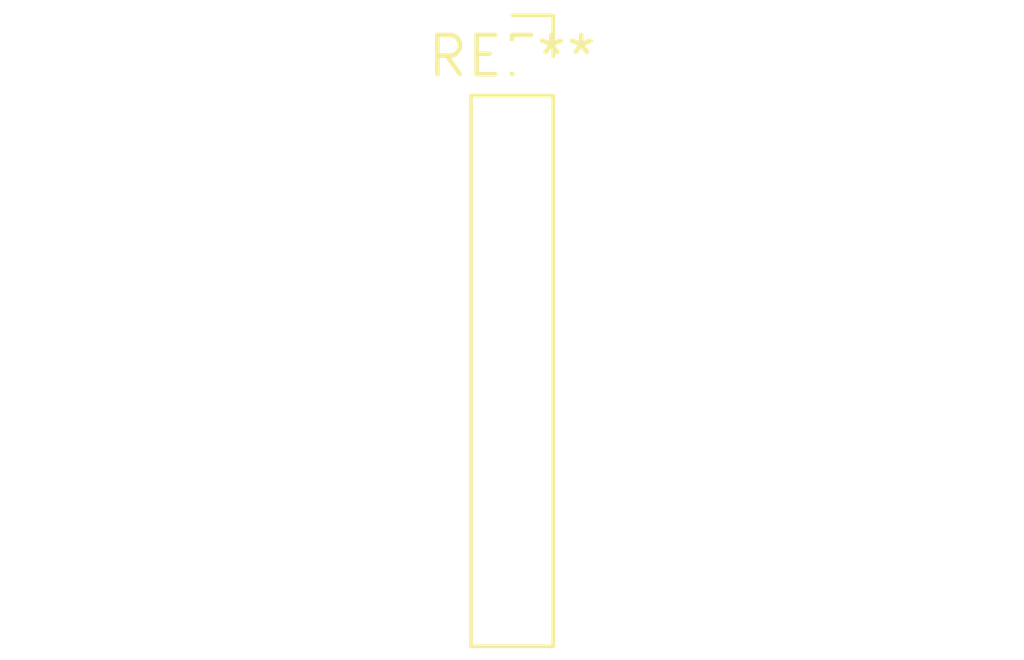
<source format=kicad_pcb>
(kicad_pcb (version 20240108) (generator pcbnew)
  (layers (0 "F.Cu" signal) (31 "B.Cu" signal) (34 "B.Paste" user) (35 "F.Paste" user) (36 "B.SilkS" user "B.Silkscreen") (37 "F.SilkS" user "F.Silkscreen") (38 "B.Mask" user) (39 "F.Mask" user) (44 "Edge.Cuts" user))
  (net 0 "")
  (footprint "PinSocket_1x08_P2.54mm_Vertical" (layer "F.Cu") (at 0 0)
    (property "Reference" "REF**")
    (property "Value" "PinSocket_1x08_P2.54mm_Vertical")
    (fp_line (start -1.33 1.27) (end -1.33 19.11) (layer "F.SilkS") (stroke (width 0.12)))
    (fp_line (start -1.33 1.27) (end 1.33 1.27) (layer "F.SilkS") (stroke (width 0.12)))
    (fp_line (start -1.33 19.11) (end 1.33 19.11) (layer "F.SilkS") (stroke (width 0.12)))
    (fp_line (start 0 -1.33) (end 1.33 -1.33) (layer "F.SilkS") (stroke (width 0.12)))
    (fp_line (start 1.33 -1.33) (end 1.33 0) (layer "F.SilkS") (stroke (width 0.12)))
    (fp_line (start 1.33 1.27) (end 1.33 19.11) (layer "F.SilkS") (stroke (width 0.12)))
    (pad "1" thru_hole rect (at 0 0) (size 1.7 1.7) (drill 1) (layers *.Cu *.Mask) (remove_unused_layers))
    (pad "2" thru_hole oval (at 0 2.54) (size 1.7 1.7) (drill 1) (layers *.Cu *.Mask) (remove_unused_layers))
    (pad "3" thru_hole oval (at 0 5.08) (size 1.7 1.7) (drill 1) (layers *.Cu *.Mask) (remove_unused_layers))
    (pad "4" thru_hole oval (at 0 7.62) (size 1.7 1.7) (drill 1) (layers *.Cu *.Mask) (remove_unused_layers))
    (pad "5" thru_hole oval (at 0 10.16) (size 1.7 1.7) (drill 1) (layers *.Cu *.Mask) (remove_unused_layers))
    (pad "6" thru_hole oval (at 0 12.7) (size 1.7 1.7) (drill 1) (layers *.Cu *.Mask) (remove_unused_layers))
    (pad "7" thru_hole oval (at 0 15.24) (size 1.7 1.7) (drill 1) (layers *.Cu *.Mask) (remove_unused_layers))
    (pad "8" thru_hole oval (at 0 17.78) (size 1.7 1.7) (drill 1) (layers *.Cu *.Mask) (remove_unused_layers))
  )
)
</source>
